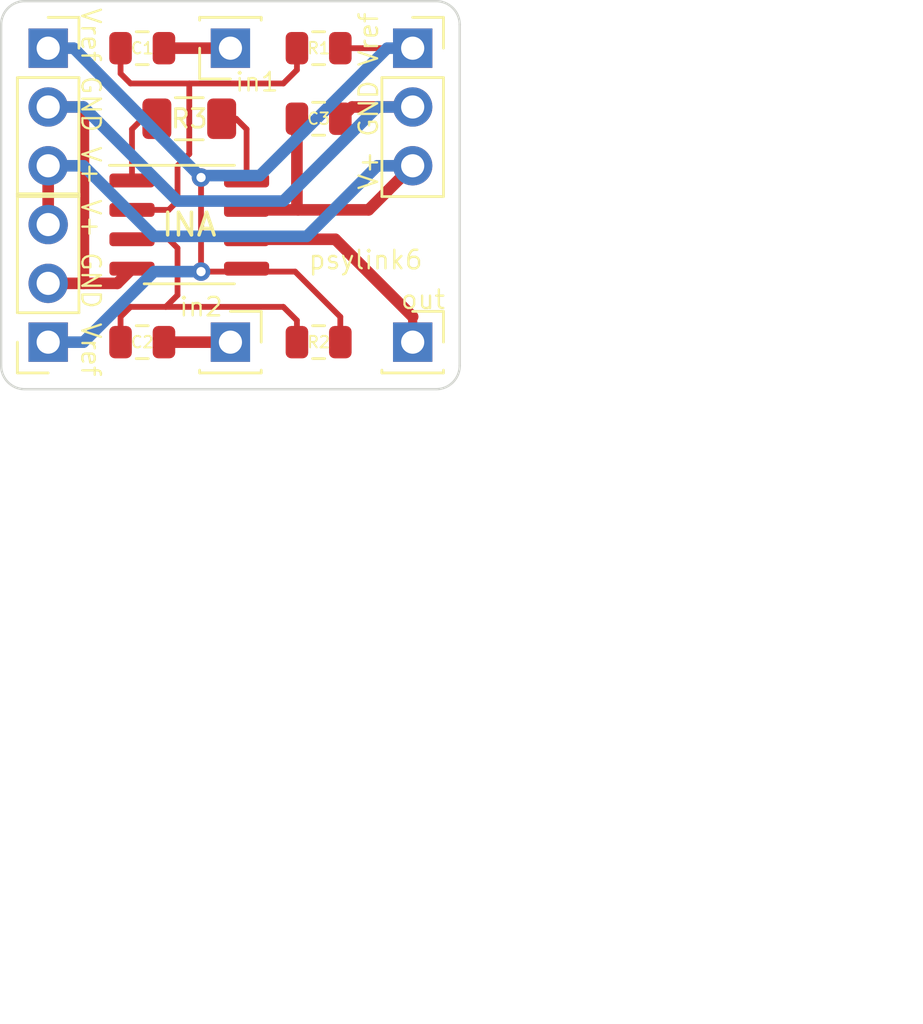
<source format=kicad_pcb>
(kicad_pcb (version 20171130) (host pcbnew 5.1.5+dfsg1-2build2)

  (general
    (thickness 1.6)
    (drawings 14)
    (tracks 75)
    (zones 0)
    (modules 14)
    (nets 1)
  )

  (page A4)
  (layers
    (0 F.Cu signal)
    (31 B.Cu signal)
    (33 F.Adhes user)
    (35 F.Paste user)
    (37 F.SilkS user)
    (38 B.Mask user)
    (39 F.Mask user)
    (40 Dwgs.User user)
    (41 Cmts.User user)
    (42 Eco1.User user)
    (43 Eco2.User user)
    (44 Edge.Cuts user)
    (45 Margin user)
    (46 B.CrtYd user)
    (47 F.CrtYd user)
    (49 F.Fab user)
  )

  (setup
    (last_trace_width 0.25)
    (trace_clearance 0.2)
    (zone_clearance 0.508)
    (zone_45_only no)
    (trace_min 0.2)
    (via_size 0.8)
    (via_drill 0.4)
    (via_min_size 0.4)
    (via_min_drill 0.3)
    (uvia_size 0.3)
    (uvia_drill 0.1)
    (uvias_allowed no)
    (uvia_min_size 0.2)
    (uvia_min_drill 0.1)
    (edge_width 0.1)
    (segment_width 0.2)
    (pcb_text_width 0.3)
    (pcb_text_size 1.5 1.5)
    (mod_edge_width 0.15)
    (mod_text_size 1 1)
    (mod_text_width 0.15)
    (pad_size 1.524 1.524)
    (pad_drill 0.762)
    (pad_to_mask_clearance 0)
    (aux_axis_origin 0 0)
    (visible_elements FFFFEF7F)
    (pcbplotparams
      (layerselection 0x010e8_ffffffff)
      (usegerberextensions true)
      (usegerberattributes true)
      (usegerberadvancedattributes false)
      (creategerberjobfile false)
      (excludeedgelayer true)
      (linewidth 0.100000)
      (plotframeref false)
      (viasonmask false)
      (mode 1)
      (useauxorigin false)
      (hpglpennumber 1)
      (hpglpenspeed 20)
      (hpglpendiameter 15.000000)
      (psnegative false)
      (psa4output false)
      (plotreference true)
      (plotvalue true)
      (plotinvisibletext false)
      (padsonsilk false)
      (subtractmaskfromsilk true)
      (outputformat 1)
      (mirror false)
      (drillshape 0)
      (scaleselection 1)
      (outputdirectory "jlc2"))
  )

  (net 0 "")

  (net_class Default "This is the default net class."
    (clearance 0.2)
    (trace_width 0.25)
    (via_dia 0.8)
    (via_drill 0.4)
    (uvia_dia 0.3)
    (uvia_drill 0.1)
  )

  (module Connector_PinSocket_2.54mm:PinSocket_1x03_P2.54mm_Vertical (layer F.Cu) (tedit 5A19A429) (tstamp 608D4F46)
    (at 36.576 20.32)
    (descr "Through hole straight socket strip, 1x03, 2.54mm pitch, single row (from Kicad 4.0.7), script generated")
    (tags "Through hole socket strip THT 1x03 2.54mm single row")
    (fp_text reference REF** (at 0 -2.77) (layer F.SilkS) hide
      (effects (font (size 1 1) (thickness 0.15)))
    )
    (fp_text value PinSocket_1x03_P2.54mm_Vertical (at 0 7.85) (layer F.Fab) hide
      (effects (font (size 1 1) (thickness 0.15)))
    )
    (fp_text user %R (at 0 2.54 90) (layer F.Fab) hide
      (effects (font (size 1 1) (thickness 0.15)))
    )
    (fp_line (start -1.8 6.85) (end -1.8 -1.8) (layer F.CrtYd) (width 0.05))
    (fp_line (start 1.75 6.85) (end -1.8 6.85) (layer F.CrtYd) (width 0.05))
    (fp_line (start 1.75 -1.8) (end 1.75 6.85) (layer F.CrtYd) (width 0.05))
    (fp_line (start -1.8 -1.8) (end 1.75 -1.8) (layer F.CrtYd) (width 0.05))
    (fp_line (start 0 -1.33) (end 1.33 -1.33) (layer F.SilkS) (width 0.12))
    (fp_line (start 1.33 -1.33) (end 1.33 0) (layer F.SilkS) (width 0.12))
    (fp_line (start 1.33 1.27) (end 1.33 6.41) (layer F.SilkS) (width 0.12))
    (fp_line (start -1.33 6.41) (end 1.33 6.41) (layer F.SilkS) (width 0.12))
    (fp_line (start -1.33 1.27) (end -1.33 6.41) (layer F.SilkS) (width 0.12))
    (fp_line (start -1.33 1.27) (end 1.33 1.27) (layer F.SilkS) (width 0.12))
    (fp_line (start -1.27 6.35) (end -1.27 -1.27) (layer F.Fab) (width 0.1))
    (fp_line (start 1.27 6.35) (end -1.27 6.35) (layer F.Fab) (width 0.1))
    (fp_line (start 1.27 -0.635) (end 1.27 6.35) (layer F.Fab) (width 0.1))
    (fp_line (start 0.635 -1.27) (end 1.27 -0.635) (layer F.Fab) (width 0.1))
    (fp_line (start -1.27 -1.27) (end 0.635 -1.27) (layer F.Fab) (width 0.1))
    (pad 3 thru_hole oval (at 0 5.08) (size 1.7 1.7) (drill 1) (layers *.Cu *.Mask))
    (pad 2 thru_hole oval (at 0 2.54) (size 1.7 1.7) (drill 1) (layers *.Cu *.Mask))
    (pad 1 thru_hole rect (at 0 0) (size 1.7 1.7) (drill 1) (layers *.Cu *.Mask))
    (model ${KISYS3DMOD}/Connector_PinSocket_2.54mm.3dshapes/PinSocket_1x03_P2.54mm_Vertical.wrl
      (at (xyz 0 0 0))
      (scale (xyz 1 1 1))
      (rotate (xyz 0 0 0))
    )
  )

  (module Connector_PinSocket_2.54mm:PinSocket_1x03_P2.54mm_Vertical (layer F.Cu) (tedit 5A19A429) (tstamp 608D2A30)
    (at 20.828 33.02 180)
    (descr "Through hole straight socket strip, 1x03, 2.54mm pitch, single row (from Kicad 4.0.7), script generated")
    (tags "Through hole socket strip THT 1x03 2.54mm single row")
    (fp_text reference REF** (at 0 -2.77) (layer F.SilkS) hide
      (effects (font (size 1 1) (thickness 0.15)))
    )
    (fp_text value PinSocket_1x03_P2.54mm_Vertical (at 0 7.85) (layer F.Fab) hide
      (effects (font (size 1 1) (thickness 0.15)))
    )
    (fp_line (start -1.27 -1.27) (end 0.635 -1.27) (layer F.Fab) (width 0.1))
    (fp_line (start 0.635 -1.27) (end 1.27 -0.635) (layer F.Fab) (width 0.1))
    (fp_line (start 1.27 -0.635) (end 1.27 6.35) (layer F.Fab) (width 0.1))
    (fp_line (start 1.27 6.35) (end -1.27 6.35) (layer F.Fab) (width 0.1))
    (fp_line (start -1.27 6.35) (end -1.27 -1.27) (layer F.Fab) (width 0.1))
    (fp_line (start -1.33 1.27) (end 1.33 1.27) (layer F.SilkS) (width 0.12))
    (fp_line (start -1.33 1.27) (end -1.33 6.41) (layer F.SilkS) (width 0.12))
    (fp_line (start -1.33 6.41) (end 1.33 6.41) (layer F.SilkS) (width 0.12))
    (fp_line (start 1.33 1.27) (end 1.33 6.41) (layer F.SilkS) (width 0.12))
    (fp_line (start 1.33 -1.33) (end 1.33 0) (layer F.SilkS) (width 0.12))
    (fp_line (start 0 -1.33) (end 1.33 -1.33) (layer F.SilkS) (width 0.12))
    (fp_line (start -1.8 -1.8) (end 1.75 -1.8) (layer F.CrtYd) (width 0.05))
    (fp_line (start 1.75 -1.8) (end 1.75 6.85) (layer F.CrtYd) (width 0.05))
    (fp_line (start 1.75 6.85) (end -1.8 6.85) (layer F.CrtYd) (width 0.05))
    (fp_line (start -1.8 6.85) (end -1.8 -1.8) (layer F.CrtYd) (width 0.05))
    (fp_text user %R (at 0 2.54 90) (layer F.Fab) hide
      (effects (font (size 1 1) (thickness 0.15)))
    )
    (pad 1 thru_hole rect (at 0 0 180) (size 1.7 1.7) (drill 1) (layers *.Cu *.Mask))
    (pad 2 thru_hole oval (at 0 2.54 180) (size 1.7 1.7) (drill 1) (layers *.Cu *.Mask))
    (pad 3 thru_hole oval (at 0 5.08 180) (size 1.7 1.7) (drill 1) (layers *.Cu *.Mask))
    (model ${KISYS3DMOD}/Connector_PinSocket_2.54mm.3dshapes/PinSocket_1x03_P2.54mm_Vertical.wrl
      (at (xyz 0 0 0))
      (scale (xyz 1 1 1))
      (rotate (xyz 0 0 0))
    )
  )

  (module Connector_PinSocket_2.54mm:PinSocket_1x03_P2.54mm_Vertical (layer F.Cu) (tedit 5A19A429) (tstamp 608D2A30)
    (at 20.828 20.32)
    (descr "Through hole straight socket strip, 1x03, 2.54mm pitch, single row (from Kicad 4.0.7), script generated")
    (tags "Through hole socket strip THT 1x03 2.54mm single row")
    (fp_text reference REF** (at 0 -2.77) (layer F.SilkS) hide
      (effects (font (size 1 1) (thickness 0.15)))
    )
    (fp_text value PinSocket_1x03_P2.54mm_Vertical (at 0 7.85) (layer F.Fab) hide
      (effects (font (size 1 1) (thickness 0.15)))
    )
    (fp_line (start -1.27 -1.27) (end 0.635 -1.27) (layer F.Fab) (width 0.1))
    (fp_line (start 0.635 -1.27) (end 1.27 -0.635) (layer F.Fab) (width 0.1))
    (fp_line (start 1.27 -0.635) (end 1.27 6.35) (layer F.Fab) (width 0.1))
    (fp_line (start 1.27 6.35) (end -1.27 6.35) (layer F.Fab) (width 0.1))
    (fp_line (start -1.27 6.35) (end -1.27 -1.27) (layer F.Fab) (width 0.1))
    (fp_line (start -1.33 1.27) (end 1.33 1.27) (layer F.SilkS) (width 0.12))
    (fp_line (start -1.33 1.27) (end -1.33 6.41) (layer F.SilkS) (width 0.12))
    (fp_line (start -1.33 6.41) (end 1.33 6.41) (layer F.SilkS) (width 0.12))
    (fp_line (start 1.33 1.27) (end 1.33 6.41) (layer F.SilkS) (width 0.12))
    (fp_line (start 1.33 -1.33) (end 1.33 0) (layer F.SilkS) (width 0.12))
    (fp_line (start 0 -1.33) (end 1.33 -1.33) (layer F.SilkS) (width 0.12))
    (fp_line (start -1.8 -1.8) (end 1.75 -1.8) (layer F.CrtYd) (width 0.05))
    (fp_line (start 1.75 -1.8) (end 1.75 6.85) (layer F.CrtYd) (width 0.05))
    (fp_line (start 1.75 6.85) (end -1.8 6.85) (layer F.CrtYd) (width 0.05))
    (fp_line (start -1.8 6.85) (end -1.8 -1.8) (layer F.CrtYd) (width 0.05))
    (fp_text user %R (at 0 2.54 90) (layer F.Fab) hide
      (effects (font (size 1 1) (thickness 0.15)))
    )
    (pad 1 thru_hole rect (at 0 0) (size 1.7 1.7) (drill 1) (layers *.Cu *.Mask))
    (pad 2 thru_hole oval (at 0 2.54) (size 1.7 1.7) (drill 1) (layers *.Cu *.Mask))
    (pad 3 thru_hole oval (at 0 5.08) (size 1.7 1.7) (drill 1) (layers *.Cu *.Mask))
    (model ${KISYS3DMOD}/Connector_PinSocket_2.54mm.3dshapes/PinSocket_1x03_P2.54mm_Vertical.wrl
      (at (xyz 0 0 0))
      (scale (xyz 1 1 1))
      (rotate (xyz 0 0 0))
    )
  )

  (module Connector_PinSocket_2.54mm:PinSocket_1x01_P2.54mm_Vertical (layer F.Cu) (tedit 5A19A434) (tstamp 608D1849)
    (at 28.702 33.02)
    (descr "Through hole straight socket strip, 1x01, 2.54mm pitch, single row (from Kicad 4.0.7), script generated")
    (tags "Through hole socket strip THT 1x01 2.54mm single row")
    (fp_text reference REF** (at 0 -2.77) (layer F.SilkS) hide
      (effects (font (size 1 1) (thickness 0.15)))
    )
    (fp_text value PinSocket_1x01_P2.54mm_Vertical (at 0 2.77) (layer F.Fab) hide
      (effects (font (size 1 1) (thickness 0.15)))
    )
    (fp_text user %R (at 0 0) (layer F.Fab) hide
      (effects (font (size 1 1) (thickness 0.15)))
    )
    (fp_line (start -1.8 1.75) (end -1.8 -1.8) (layer F.CrtYd) (width 0.05))
    (fp_line (start 1.75 1.75) (end -1.8 1.75) (layer F.CrtYd) (width 0.05))
    (fp_line (start 1.75 -1.8) (end 1.75 1.75) (layer F.CrtYd) (width 0.05))
    (fp_line (start -1.8 -1.8) (end 1.75 -1.8) (layer F.CrtYd) (width 0.05))
    (fp_line (start 0 -1.33) (end 1.33 -1.33) (layer F.SilkS) (width 0.12))
    (fp_line (start 1.33 -1.33) (end 1.33 0) (layer F.SilkS) (width 0.12))
    (fp_line (start 1.33 1.21) (end 1.33 1.33) (layer F.SilkS) (width 0.12))
    (fp_line (start -1.33 1.21) (end -1.33 1.33) (layer F.SilkS) (width 0.12))
    (fp_line (start -1.33 1.33) (end 1.33 1.33) (layer F.SilkS) (width 0.12))
    (fp_line (start -1.27 1.27) (end -1.27 -1.27) (layer F.Fab) (width 0.1))
    (fp_line (start 1.27 1.27) (end -1.27 1.27) (layer F.Fab) (width 0.1))
    (fp_line (start 1.27 -0.635) (end 1.27 1.27) (layer F.Fab) (width 0.1))
    (fp_line (start 0.635 -1.27) (end 1.27 -0.635) (layer F.Fab) (width 0.1))
    (fp_line (start -1.27 -1.27) (end 0.635 -1.27) (layer F.Fab) (width 0.1))
    (pad 1 thru_hole rect (at 0 0) (size 1.7 1.7) (drill 1) (layers *.Cu *.Mask))
    (model ${KISYS3DMOD}/Connector_PinSocket_2.54mm.3dshapes/PinSocket_1x01_P2.54mm_Vertical.wrl
      (at (xyz 0 0 0))
      (scale (xyz 1 1 1))
      (rotate (xyz 0 0 0))
    )
  )

  (module Package_SO:SOIC-8_3.9x4.9mm_P1.27mm (layer F.Cu) (tedit 5D9F72B1) (tstamp 608D181A)
    (at 26.924 27.94)
    (descr "SOIC, 8 Pin (JEDEC MS-012AA, https://www.analog.com/media/en/package-pcb-resources/package/pkg_pdf/soic_narrow-r/r_8.pdf), generated with kicad-footprint-generator ipc_gullwing_generator.py")
    (tags "SOIC SO")
    (attr smd)
    (fp_text reference REF** (at 0 -3.4) (layer F.SilkS) hide
      (effects (font (size 1 1) (thickness 0.15)))
    )
    (fp_text value SOIC-8_3.9x4.9mm_P1.27mm (at 0 3.4) (layer F.Fab) hide
      (effects (font (size 1 1) (thickness 0.15)))
    )
    (fp_text user INA (at 0 0) (layer F.SilkS)
      (effects (font (size 0.98 0.98) (thickness 0.15)))
    )
    (fp_line (start 3.7 -2.7) (end -3.7 -2.7) (layer F.CrtYd) (width 0.05))
    (fp_line (start 3.7 2.7) (end 3.7 -2.7) (layer F.CrtYd) (width 0.05))
    (fp_line (start -3.7 2.7) (end 3.7 2.7) (layer F.CrtYd) (width 0.05))
    (fp_line (start -3.7 -2.7) (end -3.7 2.7) (layer F.CrtYd) (width 0.05))
    (fp_line (start -1.95 -1.475) (end -0.975 -2.45) (layer F.Fab) (width 0.1))
    (fp_line (start -1.95 2.45) (end -1.95 -1.475) (layer F.Fab) (width 0.1))
    (fp_line (start 1.95 2.45) (end -1.95 2.45) (layer F.Fab) (width 0.1))
    (fp_line (start 1.95 -2.45) (end 1.95 2.45) (layer F.Fab) (width 0.1))
    (fp_line (start -0.975 -2.45) (end 1.95 -2.45) (layer F.Fab) (width 0.1))
    (fp_line (start 0 -2.56) (end -3.45 -2.56) (layer F.SilkS) (width 0.12))
    (fp_line (start 0 -2.56) (end 1.95 -2.56) (layer F.SilkS) (width 0.12))
    (fp_line (start 0 2.56) (end -1.95 2.56) (layer F.SilkS) (width 0.12))
    (fp_line (start 0 2.56) (end 1.95 2.56) (layer F.SilkS) (width 0.12))
    (pad 8 smd roundrect (at 2.475 -1.905) (size 1.95 0.6) (layers F.Cu F.Paste F.Mask) (roundrect_rratio 0.25))
    (pad 7 smd roundrect (at 2.475 -0.635) (size 1.95 0.6) (layers F.Cu F.Paste F.Mask) (roundrect_rratio 0.25))
    (pad 6 smd roundrect (at 2.475 0.635) (size 1.95 0.6) (layers F.Cu F.Paste F.Mask) (roundrect_rratio 0.25))
    (pad 5 smd roundrect (at 2.475 1.905) (size 1.95 0.6) (layers F.Cu F.Paste F.Mask) (roundrect_rratio 0.25))
    (pad 4 smd roundrect (at -2.475 1.905) (size 1.95 0.6) (layers F.Cu F.Paste F.Mask) (roundrect_rratio 0.25))
    (pad 3 smd roundrect (at -2.475 0.635) (size 1.95 0.6) (layers F.Cu F.Paste F.Mask) (roundrect_rratio 0.25))
    (pad 2 smd roundrect (at -2.475 -0.635) (size 1.95 0.6) (layers F.Cu F.Paste F.Mask) (roundrect_rratio 0.25))
    (pad 1 smd roundrect (at -2.475 -1.905) (size 1.95 0.6) (layers F.Cu F.Paste F.Mask) (roundrect_rratio 0.25))
    (model ${KISYS3DMOD}/Package_SO.3dshapes/SOIC-8_3.9x4.9mm_P1.27mm.wrl
      (at (xyz 0 0 0))
      (scale (xyz 1 1 1))
      (rotate (xyz 0 0 0))
    )
  )

  (module Connector_PinSocket_2.54mm:PinSocket_1x01_P2.54mm_Vertical (layer F.Cu) (tedit 5A19A434) (tstamp 608D1836)
    (at 28.702 20.32 180)
    (descr "Through hole straight socket strip, 1x01, 2.54mm pitch, single row (from Kicad 4.0.7), script generated")
    (tags "Through hole socket strip THT 1x01 2.54mm single row")
    (fp_text reference REF** (at 0 -2.77) (layer F.SilkS) hide
      (effects (font (size 1 1) (thickness 0.15)))
    )
    (fp_text value PinSocket_1x01_P2.54mm_Vertical (at 0 2.77) (layer F.Fab) hide
      (effects (font (size 1 1) (thickness 0.15)))
    )
    (fp_line (start -1.27 -1.27) (end 0.635 -1.27) (layer F.Fab) (width 0.1))
    (fp_line (start 0.635 -1.27) (end 1.27 -0.635) (layer F.Fab) (width 0.1))
    (fp_line (start 1.27 -0.635) (end 1.27 1.27) (layer F.Fab) (width 0.1))
    (fp_line (start 1.27 1.27) (end -1.27 1.27) (layer F.Fab) (width 0.1))
    (fp_line (start -1.27 1.27) (end -1.27 -1.27) (layer F.Fab) (width 0.1))
    (fp_line (start -1.33 1.33) (end 1.33 1.33) (layer F.SilkS) (width 0.12))
    (fp_line (start -1.33 1.21) (end -1.33 1.33) (layer F.SilkS) (width 0.12))
    (fp_line (start 1.33 1.21) (end 1.33 1.33) (layer F.SilkS) (width 0.12))
    (fp_line (start 1.33 -1.33) (end 1.33 0) (layer F.SilkS) (width 0.12))
    (fp_line (start 0 -1.33) (end 1.33 -1.33) (layer F.SilkS) (width 0.12))
    (fp_line (start -1.8 -1.8) (end 1.75 -1.8) (layer F.CrtYd) (width 0.05))
    (fp_line (start 1.75 -1.8) (end 1.75 1.75) (layer F.CrtYd) (width 0.05))
    (fp_line (start 1.75 1.75) (end -1.8 1.75) (layer F.CrtYd) (width 0.05))
    (fp_line (start -1.8 1.75) (end -1.8 -1.8) (layer F.CrtYd) (width 0.05))
    (fp_text user %R (at 0 0) (layer F.Fab) hide
      (effects (font (size 1 1) (thickness 0.15)))
    )
    (pad 1 thru_hole rect (at 0 0 180) (size 1.7 1.7) (drill 1) (layers *.Cu *.Mask))
    (model ${KISYS3DMOD}/Connector_PinSocket_2.54mm.3dshapes/PinSocket_1x01_P2.54mm_Vertical.wrl
      (at (xyz 0 0 0))
      (scale (xyz 1 1 1))
      (rotate (xyz 0 0 0))
    )
  )

  (module Connector_PinSocket_2.54mm:PinSocket_1x01_P2.54mm_Vertical (layer F.Cu) (tedit 5A19A434) (tstamp 608D41A2)
    (at 36.576 33.02)
    (descr "Through hole straight socket strip, 1x01, 2.54mm pitch, single row (from Kicad 4.0.7), script generated")
    (tags "Through hole socket strip THT 1x01 2.54mm single row")
    (fp_text reference REF** (at 0 -2.77) (layer F.SilkS) hide
      (effects (font (size 1 1) (thickness 0.15)))
    )
    (fp_text value PinSocket_1x01_P2.54mm_Vertical (at 0 2.77) (layer F.Fab) hide
      (effects (font (size 1 1) (thickness 0.15)))
    )
    (fp_line (start -1.27 -1.27) (end 0.635 -1.27) (layer F.Fab) (width 0.1))
    (fp_line (start 0.635 -1.27) (end 1.27 -0.635) (layer F.Fab) (width 0.1))
    (fp_line (start 1.27 -0.635) (end 1.27 1.27) (layer F.Fab) (width 0.1))
    (fp_line (start 1.27 1.27) (end -1.27 1.27) (layer F.Fab) (width 0.1))
    (fp_line (start -1.27 1.27) (end -1.27 -1.27) (layer F.Fab) (width 0.1))
    (fp_line (start -1.33 1.33) (end 1.33 1.33) (layer F.SilkS) (width 0.12))
    (fp_line (start -1.33 1.21) (end -1.33 1.33) (layer F.SilkS) (width 0.12))
    (fp_line (start 1.33 1.21) (end 1.33 1.33) (layer F.SilkS) (width 0.12))
    (fp_line (start 1.33 -1.33) (end 1.33 0) (layer F.SilkS) (width 0.12))
    (fp_line (start 0 -1.33) (end 1.33 -1.33) (layer F.SilkS) (width 0.12))
    (fp_line (start -1.8 -1.8) (end 1.75 -1.8) (layer F.CrtYd) (width 0.05))
    (fp_line (start 1.75 -1.8) (end 1.75 1.75) (layer F.CrtYd) (width 0.05))
    (fp_line (start 1.75 1.75) (end -1.8 1.75) (layer F.CrtYd) (width 0.05))
    (fp_line (start -1.8 1.75) (end -1.8 -1.8) (layer F.CrtYd) (width 0.05))
    (fp_text user O (at 0 0) (layer F.Fab) hide
      (effects (font (size 1 1) (thickness 0.15)))
    )
    (pad 1 thru_hole rect (at 0 0) (size 1.7 1.7) (drill 1) (layers *.Cu *.Mask))
    (model ${KISYS3DMOD}/Connector_PinSocket_2.54mm.3dshapes/PinSocket_1x01_P2.54mm_Vertical.wrl
      (at (xyz 0 0 0))
      (scale (xyz 1 1 1))
      (rotate (xyz 0 0 0))
    )
  )

  (module Resistor_SMD:R_0805_2012Metric (layer F.Cu) (tedit 5B36C52B) (tstamp 608D18EA)
    (at 32.512 33.02)
    (descr "Resistor SMD 0805 (2012 Metric), square (rectangular) end terminal, IPC_7351 nominal, (Body size source: https://docs.google.com/spreadsheets/d/1BsfQQcO9C6DZCsRaXUlFlo91Tg2WpOkGARC1WS5S8t0/edit?usp=sharing), generated with kicad-footprint-generator")
    (tags resistor)
    (attr smd)
    (fp_text reference R1 (at 0 -1.65) (layer F.SilkS) hide
      (effects (font (size 1 1) (thickness 0.15)))
    )
    (fp_text value R_0805_2012Metric (at 0 1.65) (layer F.Fab) hide
      (effects (font (size 1 1) (thickness 0.15)))
    )
    (fp_line (start -1 0.6) (end -1 -0.6) (layer F.Fab) (width 0.1))
    (fp_line (start -1 -0.6) (end 1 -0.6) (layer F.Fab) (width 0.1))
    (fp_line (start 1 -0.6) (end 1 0.6) (layer F.Fab) (width 0.1))
    (fp_line (start 1 0.6) (end -1 0.6) (layer F.Fab) (width 0.1))
    (fp_line (start -0.258578 -0.71) (end 0.258578 -0.71) (layer F.SilkS) (width 0.12))
    (fp_line (start -0.258578 0.71) (end 0.258578 0.71) (layer F.SilkS) (width 0.12))
    (fp_line (start -1.68 0.95) (end -1.68 -0.95) (layer F.CrtYd) (width 0.05))
    (fp_line (start -1.68 -0.95) (end 1.68 -0.95) (layer F.CrtYd) (width 0.05))
    (fp_line (start 1.68 -0.95) (end 1.68 0.95) (layer F.CrtYd) (width 0.05))
    (fp_line (start 1.68 0.95) (end -1.68 0.95) (layer F.CrtYd) (width 0.05))
    (fp_text user R2 (at 0 0) (layer F.SilkS)
      (effects (font (size 0.5 0.5) (thickness 0.08)))
    )
    (pad 1 smd roundrect (at -0.9375 0) (size 0.975 1.4) (layers F.Cu F.Paste F.Mask) (roundrect_rratio 0.25))
    (pad 2 smd roundrect (at 0.9375 0) (size 0.975 1.4) (layers F.Cu F.Paste F.Mask) (roundrect_rratio 0.25))
    (model ${KISYS3DMOD}/Resistor_SMD.3dshapes/R_0805_2012Metric.wrl
      (at (xyz 0 0 0))
      (scale (xyz 1 1 1))
      (rotate (xyz 0 0 0))
    )
  )

  (module Resistor_SMD:R_0805_2012Metric (layer F.Cu) (tedit 5B36C52B) (tstamp 608D1862)
    (at 32.512 20.32)
    (descr "Resistor SMD 0805 (2012 Metric), square (rectangular) end terminal, IPC_7351 nominal, (Body size source: https://docs.google.com/spreadsheets/d/1BsfQQcO9C6DZCsRaXUlFlo91Tg2WpOkGARC1WS5S8t0/edit?usp=sharing), generated with kicad-footprint-generator")
    (tags resistor)
    (attr smd)
    (fp_text reference REF** (at 0 -1.65) (layer F.SilkS) hide
      (effects (font (size 1 1) (thickness 0.15)))
    )
    (fp_text value R_0805_2012Metric (at 0 1.65) (layer F.Fab) hide
      (effects (font (size 1 1) (thickness 0.15)))
    )
    (fp_line (start -1 0.6) (end -1 -0.6) (layer F.Fab) (width 0.1))
    (fp_line (start -1 -0.6) (end 1 -0.6) (layer F.Fab) (width 0.1))
    (fp_line (start 1 -0.6) (end 1 0.6) (layer F.Fab) (width 0.1))
    (fp_line (start 1 0.6) (end -1 0.6) (layer F.Fab) (width 0.1))
    (fp_line (start -0.258578 -0.71) (end 0.258578 -0.71) (layer F.SilkS) (width 0.12))
    (fp_line (start -0.258578 0.71) (end 0.258578 0.71) (layer F.SilkS) (width 0.12))
    (fp_line (start -1.68 0.95) (end -1.68 -0.95) (layer F.CrtYd) (width 0.05))
    (fp_line (start -1.68 -0.95) (end 1.68 -0.95) (layer F.CrtYd) (width 0.05))
    (fp_line (start 1.68 -0.95) (end 1.68 0.95) (layer F.CrtYd) (width 0.05))
    (fp_line (start 1.68 0.95) (end -1.68 0.95) (layer F.CrtYd) (width 0.05))
    (fp_text user R1 (at 0 0) (layer F.SilkS)
      (effects (font (size 0.5 0.5) (thickness 0.08)))
    )
    (pad 1 smd roundrect (at -0.9375 0) (size 0.975 1.4) (layers F.Cu F.Paste F.Mask) (roundrect_rratio 0.25))
    (pad 2 smd roundrect (at 0.9375 0) (size 0.975 1.4) (layers F.Cu F.Paste F.Mask) (roundrect_rratio 0.25))
    (model ${KISYS3DMOD}/Resistor_SMD.3dshapes/R_0805_2012Metric.wrl
      (at (xyz 0 0 0))
      (scale (xyz 1 1 1))
      (rotate (xyz 0 0 0))
    )
  )

  (module Resistor_SMD:R_1206_3216Metric (layer F.Cu) (tedit 5B301BBD) (tstamp 608D1927)
    (at 26.924 23.368)
    (descr "Resistor SMD 1206 (3216 Metric), square (rectangular) end terminal, IPC_7351 nominal, (Body size source: http://www.tortai-tech.com/upload/download/2011102023233369053.pdf), generated with kicad-footprint-generator")
    (tags resistor)
    (attr smd)
    (fp_text reference REF** (at 0 -1.82) (layer F.SilkS) hide
      (effects (font (size 1 1) (thickness 0.15)))
    )
    (fp_text value R_1206_3216Metric (at 0 1.82) (layer F.Fab) hide
      (effects (font (size 1 1) (thickness 0.15)))
    )
    (fp_line (start -1.6 0.8) (end -1.6 -0.8) (layer F.Fab) (width 0.1))
    (fp_line (start -1.6 -0.8) (end 1.6 -0.8) (layer F.Fab) (width 0.1))
    (fp_line (start 1.6 -0.8) (end 1.6 0.8) (layer F.Fab) (width 0.1))
    (fp_line (start 1.6 0.8) (end -1.6 0.8) (layer F.Fab) (width 0.1))
    (fp_line (start -0.602064 -0.91) (end 0.602064 -0.91) (layer F.SilkS) (width 0.12))
    (fp_line (start -0.602064 0.91) (end 0.602064 0.91) (layer F.SilkS) (width 0.12))
    (fp_line (start -2.28 1.12) (end -2.28 -1.12) (layer F.CrtYd) (width 0.05))
    (fp_line (start -2.28 -1.12) (end 2.28 -1.12) (layer F.CrtYd) (width 0.05))
    (fp_line (start 2.28 -1.12) (end 2.28 1.12) (layer F.CrtYd) (width 0.05))
    (fp_line (start 2.28 1.12) (end -2.28 1.12) (layer F.CrtYd) (width 0.05))
    (fp_text user R3 (at 0 0) (layer F.SilkS)
      (effects (font (size 0.8 0.8) (thickness 0.12)))
    )
    (pad 1 smd roundrect (at -1.4 0) (size 1.25 1.75) (layers F.Cu F.Paste F.Mask) (roundrect_rratio 0.2))
    (pad 2 smd roundrect (at 1.4 0) (size 1.25 1.75) (layers F.Cu F.Paste F.Mask) (roundrect_rratio 0.2))
    (model ${KISYS3DMOD}/Resistor_SMD.3dshapes/R_1206_3216Metric.wrl
      (at (xyz 0 0 0))
      (scale (xyz 1 1 1))
      (rotate (xyz 0 0 0))
    )
  )

  (module Capacitor_SMD:C_0805_2012Metric (layer F.Cu) (tedit 5B36C52B) (tstamp 608D18FA)
    (at 24.892 33.02)
    (descr "Capacitor SMD 0805 (2012 Metric), square (rectangular) end terminal, IPC_7351 nominal, (Body size source: https://docs.google.com/spreadsheets/d/1BsfQQcO9C6DZCsRaXUlFlo91Tg2WpOkGARC1WS5S8t0/edit?usp=sharing), generated with kicad-footprint-generator")
    (tags capacitor)
    (attr smd)
    (fp_text reference REF** (at 0 -1.65) (layer F.SilkS) hide
      (effects (font (size 1 1) (thickness 0.15)))
    )
    (fp_text value C_0805_2012Metric (at 0 1.65) (layer F.Fab) hide
      (effects (font (size 1 1) (thickness 0.15)))
    )
    (fp_line (start -1 0.6) (end -1 -0.6) (layer F.Fab) (width 0.1))
    (fp_line (start -1 -0.6) (end 1 -0.6) (layer F.Fab) (width 0.1))
    (fp_line (start 1 -0.6) (end 1 0.6) (layer F.Fab) (width 0.1))
    (fp_line (start 1 0.6) (end -1 0.6) (layer F.Fab) (width 0.1))
    (fp_line (start -0.258578 -0.71) (end 0.258578 -0.71) (layer F.SilkS) (width 0.12))
    (fp_line (start -0.258578 0.71) (end 0.258578 0.71) (layer F.SilkS) (width 0.12))
    (fp_line (start -1.68 0.95) (end -1.68 -0.95) (layer F.CrtYd) (width 0.05))
    (fp_line (start -1.68 -0.95) (end 1.68 -0.95) (layer F.CrtYd) (width 0.05))
    (fp_line (start 1.68 -0.95) (end 1.68 0.95) (layer F.CrtYd) (width 0.05))
    (fp_line (start 1.68 0.95) (end -1.68 0.95) (layer F.CrtYd) (width 0.05))
    (fp_text user C2 (at 0 0) (layer F.SilkS)
      (effects (font (size 0.5 0.5) (thickness 0.08)))
    )
    (pad 1 smd roundrect (at -0.9375 0) (size 0.975 1.4) (layers F.Cu F.Paste F.Mask) (roundrect_rratio 0.25))
    (pad 2 smd roundrect (at 0.9375 0) (size 0.975 1.4) (layers F.Cu F.Paste F.Mask) (roundrect_rratio 0.25))
    (model ${KISYS3DMOD}/Capacitor_SMD.3dshapes/C_0805_2012Metric.wrl
      (at (xyz 0 0 0))
      (scale (xyz 1 1 1))
      (rotate (xyz 0 0 0))
    )
  )

  (module Capacitor_SMD:C_0805_2012Metric (layer F.Cu) (tedit 5B36C52B) (tstamp 608D18A3)
    (at 32.512 23.368)
    (descr "Capacitor SMD 0805 (2012 Metric), square (rectangular) end terminal, IPC_7351 nominal, (Body size source: https://docs.google.com/spreadsheets/d/1BsfQQcO9C6DZCsRaXUlFlo91Tg2WpOkGARC1WS5S8t0/edit?usp=sharing), generated with kicad-footprint-generator")
    (tags capacitor)
    (attr smd)
    (fp_text reference REF** (at 0 -1.65) (layer F.SilkS) hide
      (effects (font (size 1 1) (thickness 0.15)))
    )
    (fp_text value C_0805_2012Metric (at 0 1.65) (layer F.Fab) hide
      (effects (font (size 1 1) (thickness 0.15)))
    )
    (fp_line (start -1 0.6) (end -1 -0.6) (layer F.Fab) (width 0.1))
    (fp_line (start -1 -0.6) (end 1 -0.6) (layer F.Fab) (width 0.1))
    (fp_line (start 1 -0.6) (end 1 0.6) (layer F.Fab) (width 0.1))
    (fp_line (start 1 0.6) (end -1 0.6) (layer F.Fab) (width 0.1))
    (fp_line (start -0.258578 -0.71) (end 0.258578 -0.71) (layer F.SilkS) (width 0.12))
    (fp_line (start -0.258578 0.71) (end 0.258578 0.71) (layer F.SilkS) (width 0.12))
    (fp_line (start -1.68 0.95) (end -1.68 -0.95) (layer F.CrtYd) (width 0.05))
    (fp_line (start -1.68 -0.95) (end 1.68 -0.95) (layer F.CrtYd) (width 0.05))
    (fp_line (start 1.68 -0.95) (end 1.68 0.95) (layer F.CrtYd) (width 0.05))
    (fp_line (start 1.68 0.95) (end -1.68 0.95) (layer F.CrtYd) (width 0.05))
    (fp_text user C3 (at 0 0) (layer F.SilkS)
      (effects (font (size 0.5 0.5) (thickness 0.08)))
    )
    (pad 1 smd roundrect (at -0.9375 0) (size 0.975 1.4) (layers F.Cu F.Paste F.Mask) (roundrect_rratio 0.25))
    (pad 2 smd roundrect (at 0.9375 0) (size 0.975 1.4) (layers F.Cu F.Paste F.Mask) (roundrect_rratio 0.25))
    (model ${KISYS3DMOD}/Capacitor_SMD.3dshapes/C_0805_2012Metric.wrl
      (at (xyz 0 0 0))
      (scale (xyz 1 1 1))
      (rotate (xyz 0 0 0))
    )
  )

  (module Capacitor_SMD:C_0805_2012Metric (layer F.Cu) (tedit 5B36C52B) (tstamp 608D18D2)
    (at 24.892 20.32)
    (descr "Capacitor SMD 0805 (2012 Metric), square (rectangular) end terminal, IPC_7351 nominal, (Body size source: https://docs.google.com/spreadsheets/d/1BsfQQcO9C6DZCsRaXUlFlo91Tg2WpOkGARC1WS5S8t0/edit?usp=sharing), generated with kicad-footprint-generator")
    (tags capacitor)
    (attr smd)
    (fp_text reference REF** (at 0 -1.65) (layer F.SilkS) hide
      (effects (font (size 1 1) (thickness 0.15)))
    )
    (fp_text value C_0805_2012Metric (at 0 1.65) (layer F.Fab) hide
      (effects (font (size 1 1) (thickness 0.15)))
    )
    (fp_text user C1 (at 0 0) (layer F.SilkS)
      (effects (font (size 0.5 0.5) (thickness 0.08)))
    )
    (fp_line (start 1.68 0.95) (end -1.68 0.95) (layer F.CrtYd) (width 0.05))
    (fp_line (start 1.68 -0.95) (end 1.68 0.95) (layer F.CrtYd) (width 0.05))
    (fp_line (start -1.68 -0.95) (end 1.68 -0.95) (layer F.CrtYd) (width 0.05))
    (fp_line (start -1.68 0.95) (end -1.68 -0.95) (layer F.CrtYd) (width 0.05))
    (fp_line (start -0.258578 0.71) (end 0.258578 0.71) (layer F.SilkS) (width 0.12))
    (fp_line (start -0.258578 -0.71) (end 0.258578 -0.71) (layer F.SilkS) (width 0.12))
    (fp_line (start 1 0.6) (end -1 0.6) (layer F.Fab) (width 0.1))
    (fp_line (start 1 -0.6) (end 1 0.6) (layer F.Fab) (width 0.1))
    (fp_line (start -1 -0.6) (end 1 -0.6) (layer F.Fab) (width 0.1))
    (fp_line (start -1 0.6) (end -1 -0.6) (layer F.Fab) (width 0.1))
    (pad 2 smd roundrect (at 0.9375 0) (size 0.975 1.4) (layers F.Cu F.Paste F.Mask) (roundrect_rratio 0.25))
    (pad 1 smd roundrect (at -0.9375 0) (size 0.975 1.4) (layers F.Cu F.Paste F.Mask) (roundrect_rratio 0.25))
    (model ${KISYS3DMOD}/Capacitor_SMD.3dshapes/C_0805_2012Metric.wrl
      (at (xyz 0 0 0))
      (scale (xyz 1 1 1))
      (rotate (xyz 0 0 0))
    )
  )

  (module "" (layer F.Cu) (tedit 0) (tstamp 0)
    (at 33.02 36.83)
    (fp_text reference "" (at 25.4 25.4) (layer F.SilkS)
      (effects (font (size 1.27 1.27) (thickness 0.15)))
    )
    (fp_text value "" (at 25.4 25.4) (layer F.SilkS)
      (effects (font (size 1.27 1.27) (thickness 0.15)))
    )
    (fp_text user %R (at 25.4 25.4) (layer F.Fab)
      (effects (font (size 0.4 0.4) (thickness 0.06)))
    )
  )

  (gr_text out (at 37.0205 31.1785) (layer F.SilkS) (tstamp 609C5390)
    (effects (font (size 0.8 0.8) (thickness 0.1)))
  )
  (gr_text in2 (at 27.432 31.496) (layer F.SilkS) (tstamp 609C5390)
    (effects (font (size 0.8 0.8) (thickness 0.1)))
  )
  (gr_text in1 (at 29.845 21.7805) (layer F.SilkS)
    (effects (font (size 0.8 0.8) (thickness 0.1)))
  )
  (gr_text "Vref GND V+ V+ GND Vref" (at 22.6695 26.543 -90) (layer F.SilkS) (tstamp 609C52E4)
    (effects (font (size 0.8 0.8) (thickness 0.1)))
  )
  (gr_text "V+ GND Vref" (at 34.671 22.606 90) (layer F.SilkS)
    (effects (font (size 0.8 0.8) (thickness 0.1)))
  )
  (gr_arc (start 37.592 34.036) (end 37.592 35.052) (angle -90) (layer Edge.Cuts) (width 0.1))
  (gr_arc (start 19.812 34.036) (end 18.796 34.036) (angle -90) (layer Edge.Cuts) (width 0.1))
  (gr_arc (start 19.812 19.304) (end 19.812 18.288) (angle -90) (layer Edge.Cuts) (width 0.1))
  (gr_arc (start 37.592 19.304) (end 38.608 19.304) (angle -90) (layer Edge.Cuts) (width 0.1))
  (gr_text psylink6 (at 34.544 29.464) (layer F.SilkS)
    (effects (font (size 0.8 0.8) (thickness 0.1)))
  )
  (gr_line (start 38.608 19.304) (end 38.608 34.036) (layer Edge.Cuts) (width 0.1))
  (gr_line (start 19.812 18.288) (end 37.592 18.288) (layer Edge.Cuts) (width 0.1))
  (gr_line (start 18.796 34.036) (end 18.796 19.304) (layer Edge.Cuts) (width 0.1))
  (gr_line (start 37.592 35.052) (end 19.812 35.052) (layer Edge.Cuts) (width 0.1))

  (segment (start 25.908 20.32) (end 28.702 20.32) (width 0.5) (layer F.Cu) (net 0) (tstamp 608D18E8))
  (segment (start 25.8295 33.02) (end 28.702 33.02) (width 0.5) (layer F.Cu) (net 0))
  (segment (start 24.449 29.845) (end 23.814 30.48) (width 0.5) (layer F.Cu) (net 0))
  (segment (start 20.828 22.86) (end 22.352 22.86) (width 0.5) (layer F.Cu) (net 0))
  (segment (start 29.399 23.818) (end 28.949 23.368) (width 0.25) (layer F.Cu) (net 0))
  (segment (start 22.352 22.86) (end 22.352 30.48) (width 0.5) (layer F.Cu) (net 0))
  (segment (start 23.814 30.48) (end 20.828 30.48) (width 0.5) (layer F.Cu) (net 0))
  (segment (start 28.949 23.368) (end 28.324 23.368) (width 0.25) (layer F.Cu) (net 0))
  (segment (start 25.8295 20.32) (end 25.908 20.32) (width 0.25) (layer F.Cu) (net 0) (tstamp 608D18A1))
  (segment (start 23.9545 21.4145) (end 24.384 21.844) (width 0.25) (layer F.Cu) (net 0))
  (segment (start 24.899 23.368) (end 25.524 23.368) (width 0.25) (layer F.Cu) (net 0))
  (segment (start 23.9545 20.32) (end 23.9545 21.4145) (width 0.25) (layer F.Cu) (net 0))
  (segment (start 29.399 26.035) (end 29.399 23.818) (width 0.25) (layer F.Cu) (net 0))
  (segment (start 24.449 23.818) (end 24.899 23.368) (width 0.25) (layer F.Cu) (net 0))
  (segment (start 20.828 27.94) (end 20.828 25.4) (width 0.5) (layer F.Cu) (net 0))
  (segment (start 24.449 26.035) (end 24.449 23.818) (width 0.25) (layer F.Cu) (net 0))
  (segment (start 24.384 21.844) (end 26.924 21.844) (width 0.25) (layer F.Cu) (net 0))
  (segment (start 31.5745 21.2575) (end 31.5745 20.32) (width 0.25) (layer F.Cu) (net 0))
  (segment (start 30.988 21.844) (end 31.5745 21.2575) (width 0.25) (layer F.Cu) (net 0))
  (segment (start 26.924 21.844) (end 30.988 21.844) (width 0.25) (layer F.Cu) (net 0))
  (segment (start 33.4495 20.32) (end 36.576 20.32) (width 0.25) (layer F.Cu) (net 0))
  (segment (start 24.449 28.575) (end 26.035 28.575) (width 0.25) (layer F.Cu) (net 0))
  (segment (start 26.035 28.575) (end 26.416 28.956) (width 0.25) (layer F.Cu) (net 0))
  (segment (start 26.416 28.956) (end 26.416 30.988) (width 0.25) (layer F.Cu) (net 0))
  (segment (start 26.416 30.988) (end 25.908 31.496) (width 0.25) (layer F.Cu) (net 0))
  (segment (start 25.908 31.496) (end 24.384 31.496) (width 0.25) (layer F.Cu) (net 0))
  (segment (start 23.9545 31.9255) (end 24.384 31.496) (width 0.25) (layer F.Cu) (net 0))
  (segment (start 23.9545 33.02) (end 23.9545 31.9255) (width 0.25) (layer F.Cu) (net 0))
  (segment (start 24.449 27.305) (end 26.035 27.305) (width 0.25) (layer F.Cu) (net 0))
  (segment (start 26.035 27.305) (end 26.416 26.924) (width 0.25) (layer F.Cu) (net 0))
  (segment (start 26.416 26.924) (end 26.416 25.4) (width 0.25) (layer F.Cu) (net 0))
  (segment (start 26.416 25.4) (end 26.924 24.892) (width 0.25) (layer F.Cu) (net 0))
  (segment (start 26.924 24.892) (end 26.924 21.844) (width 0.25) (layer F.Cu) (net 0))
  (segment (start 27.432 29.972) (end 27.432 29.972) (width 0.25) (layer F.Cu) (net 0))
  (via (at 27.432 29.972) (size 0.8) (drill 0.4) (layers F.Cu B.Cu) (net 0))
  (segment (start 25.4 29.972) (end 27.432 29.972) (width 0.5) (layer B.Cu) (net 0))
  (segment (start 22.352 33.02) (end 25.4 29.972) (width 0.5) (layer B.Cu) (net 0))
  (segment (start 20.828 33.02) (end 22.352 33.02) (width 0.5) (layer B.Cu) (net 0))
  (segment (start 21.928 20.32) (end 27.432 25.908) (width 0.5) (layer B.Cu) (net 0))
  (segment (start 20.828 20.32) (end 21.928 20.32) (width 0.5) (layer B.Cu) (net 0))
  (segment (start 36.576 20.32) (end 35.476 20.32) (width 0.5) (layer B.Cu) (net 0))
  (segment (start 35.476 20.32) (end 29.972 25.824) (width 0.5) (layer B.Cu) (net 0))
  (segment (start 29.972 25.824) (end 27.432 25.824) (width 0.5) (layer B.Cu) (net 0))
  (segment (start 27.432 25.908) (end 27.432 25.824) (width 0.25) (layer B.Cu) (net 0) (tstamp 608C9AF1))
  (via (at 27.432 25.908) (size 0.8) (drill 0.4) (layers F.Cu B.Cu) (net 0))
  (segment (start 27.432 29.972) (end 27.432 25.908) (width 0.25) (layer F.Cu) (net 0))
  (segment (start 36.576 31.92) (end 36.576 33.02) (width 0.4) (layer F.Cu) (net 0))
  (segment (start 33.231 28.575) (end 36.576 31.92) (width 0.5) (layer F.Cu) (net 0))
  (segment (start 29.399 28.575) (end 33.231 28.575) (width 0.5) (layer F.Cu) (net 0))
  (segment (start 20.828 22.86) (end 22.352 22.86) (width 0.5) (layer B.Cu) (net 0))
  (segment (start 22.352 22.86) (end 26.416 26.924) (width 0.5) (layer B.Cu) (net 0))
  (segment (start 26.416 26.924) (end 30.988 26.924) (width 0.5) (layer B.Cu) (net 0))
  (segment (start 30.988 26.924) (end 35.052 22.86) (width 0.5) (layer B.Cu) (net 0))
  (segment (start 35.052 22.86) (end 36.576 22.86) (width 0.5) (layer B.Cu) (net 0))
  (segment (start 20.828 25.4) (end 22.352 25.4) (width 0.5) (layer B.Cu) (net 0))
  (segment (start 22.352 25.4) (end 25.4 28.448) (width 0.5) (layer B.Cu) (net 0))
  (segment (start 25.4 28.448) (end 32.004 28.448) (width 0.5) (layer B.Cu) (net 0))
  (segment (start 32.004 28.448) (end 33.02 27.432) (width 0.5) (layer B.Cu) (net 0))
  (segment (start 35.052 25.4) (end 36.576 25.4) (width 0.5) (layer B.Cu) (net 0))
  (segment (start 34.671 27.305) (end 36.576 25.4) (width 0.5) (layer F.Cu) (net 0))
  (segment (start 31.5745 27.2565) (end 31.5745 23.368) (width 0.5) (layer F.Cu) (net 0))
  (segment (start 31.623 27.305) (end 31.5745 27.2565) (width 0.25) (layer F.Cu) (net 0))
  (segment (start 29.399 27.305) (end 31.623 27.305) (width 0.5) (layer F.Cu) (net 0))
  (segment (start 31.623 27.305) (end 34.671 27.305) (width 0.5) (layer F.Cu) (net 0))
  (segment (start 33.9575 22.86) (end 33.4495 23.368) (width 0.5) (layer F.Cu) (net 0))
  (segment (start 36.576 22.86) (end 33.9575 22.86) (width 0.5) (layer F.Cu) (net 0))
  (segment (start 25.908 31.496) (end 30.988 31.496) (width 0.25) (layer F.Cu) (net 0))
  (segment (start 31.5745 32.0825) (end 31.5745 33.02) (width 0.25) (layer F.Cu) (net 0))
  (segment (start 30.988 31.496) (end 31.5745 32.0825) (width 0.25) (layer F.Cu) (net 0))
  (segment (start 33.4495 33.02) (end 33.4495 31.9255) (width 0.25) (layer F.Cu) (net 0))
  (segment (start 31.496 29.972) (end 27.432 29.972) (width 0.25) (layer F.Cu) (net 0))
  (segment (start 33.4495 31.9255) (end 31.496 29.972) (width 0.25) (layer F.Cu) (net 0))
  (segment (start 22.352 22.86) (end 22.352 22.86) (width 0.25) (layer B.Cu) (net 0) (tstamp 608D2435))
  (segment (start 33.02 27.432) (end 35.052 25.4) (width 0.5) (layer B.Cu) (net 0) (tstamp 608D2437))
  (segment (start 22.352 30.48) (end 22.352 30.48) (width 0.25) (layer F.Cu) (net 0) (tstamp 608D244A))

)

</source>
